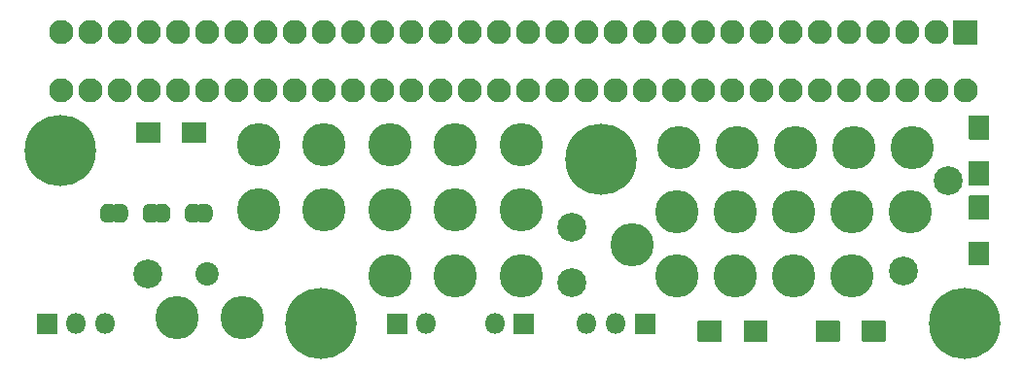
<source format=gbr>
G04 #@! TF.GenerationSoftware,KiCad,Pcbnew,(5.1.10)-1*
G04 #@! TF.CreationDate,2022-08-27T03:45:47-05:00*
G04 #@! TF.ProjectId,Common Slot Mini v1,436f6d6d-6f6e-4205-936c-6f74204d696e,rev?*
G04 #@! TF.SameCoordinates,Original*
G04 #@! TF.FileFunction,Soldermask,Top*
G04 #@! TF.FilePolarity,Negative*
%FSLAX46Y46*%
G04 Gerber Fmt 4.6, Leading zero omitted, Abs format (unit mm)*
G04 Created by KiCad (PCBNEW (5.1.10)-1) date 2022-08-27 03:45:47*
%MOMM*%
%LPD*%
G01*
G04 APERTURE LIST*
%ADD10C,2.030000*%
%ADD11C,6.220000*%
%ADD12C,2.102000*%
%ADD13O,2.102000X2.102000*%
%ADD14C,2.510000*%
%ADD15C,3.770000*%
%ADD16O,1.802000X1.802000*%
%ADD17C,0.100000*%
G04 APERTURE END LIST*
D10*
X116760000Y-104048000D03*
D11*
X151000000Y-94000000D03*
X182673000Y-108366000D03*
X126666000Y-108366000D03*
X103933000Y-93253000D03*
D12*
X104000000Y-88000000D03*
X104000000Y-82960000D03*
X106540000Y-88000000D03*
X106540000Y-82960000D03*
X109080000Y-88000000D03*
D13*
X109080000Y-82960000D03*
D12*
X111620000Y-88000000D03*
D13*
X111620000Y-82960000D03*
D12*
X114160000Y-88000000D03*
D13*
X114160000Y-82960000D03*
D12*
X116700000Y-88000000D03*
D13*
X116700000Y-82960000D03*
D12*
X119240000Y-88000000D03*
D13*
X119240000Y-82960000D03*
D12*
X121780000Y-88000000D03*
D13*
X121780000Y-82960000D03*
D12*
X124320000Y-88000000D03*
D13*
X124320000Y-82960000D03*
D12*
X126860000Y-88000000D03*
D13*
X126860000Y-82960000D03*
D12*
X129400000Y-88000000D03*
D13*
X129400000Y-82960000D03*
D12*
X131940000Y-88000000D03*
D13*
X131940000Y-82960000D03*
D12*
X134480000Y-88000000D03*
D13*
X134480000Y-82960000D03*
D12*
X137020000Y-88000000D03*
D13*
X137020000Y-82960000D03*
D12*
X139560000Y-88000000D03*
D13*
X139560000Y-82960000D03*
D12*
X142100000Y-88000000D03*
D13*
X142100000Y-82960000D03*
D12*
X144640000Y-88000000D03*
D13*
X144640000Y-82960000D03*
D12*
X147180000Y-88000000D03*
D13*
X147180000Y-82960000D03*
D12*
X149720000Y-88000000D03*
D13*
X149720000Y-82960000D03*
D12*
X152260000Y-88000000D03*
D13*
X152260000Y-82960000D03*
D12*
X154800000Y-88000000D03*
D13*
X154800000Y-82960000D03*
D12*
X157340000Y-88000000D03*
D13*
X157340000Y-82960000D03*
D12*
X159880000Y-88000000D03*
D13*
X159880000Y-82960000D03*
D12*
X162420000Y-88000000D03*
D13*
X162420000Y-82960000D03*
D12*
X164960000Y-88000000D03*
D13*
X164960000Y-82960000D03*
D12*
X167500000Y-88000000D03*
D13*
X167500000Y-82960000D03*
D12*
X170040000Y-88000000D03*
D13*
X170040000Y-82960000D03*
D12*
X172580000Y-88000000D03*
D13*
X172580000Y-82960000D03*
D12*
X175120000Y-88000000D03*
D13*
X175120000Y-82960000D03*
D12*
X177660000Y-88000000D03*
D13*
X177660000Y-82960000D03*
D12*
X180200000Y-88000000D03*
D13*
X180200000Y-82960000D03*
D12*
X182740000Y-88000000D03*
G36*
G01*
X183740000Y-84011000D02*
X181740000Y-84011000D01*
G75*
G02*
X181689000Y-83960000I0J51000D01*
G01*
X181689000Y-81960000D01*
G75*
G02*
X181740000Y-81909000I51000J0D01*
G01*
X183740000Y-81909000D01*
G75*
G02*
X183791000Y-81960000I0J-51000D01*
G01*
X183791000Y-83960000D01*
G75*
G02*
X183740000Y-84011000I-51000J0D01*
G01*
G37*
D14*
X111553000Y-104048000D03*
X148510000Y-104810000D03*
X148510000Y-99984000D03*
X181276000Y-95920000D03*
X177339000Y-103794000D03*
D15*
X138350000Y-104175000D03*
X132635000Y-104175000D03*
X144065000Y-104175000D03*
X162737800Y-104140000D03*
X157657800Y-98552000D03*
X157657800Y-104140000D03*
X114093000Y-107858000D03*
X144065000Y-98460000D03*
X138350000Y-98460000D03*
X119808000Y-107858000D03*
X167817800Y-104140000D03*
X177977800Y-98552000D03*
X162737800Y-98552000D03*
X167817800Y-98552000D03*
X121205000Y-98460000D03*
X126920000Y-98460000D03*
X132635000Y-98460000D03*
X144065000Y-92745000D03*
X153717000Y-101508000D03*
X172897800Y-104140000D03*
X178104800Y-92964000D03*
X172897800Y-98552000D03*
X126920000Y-92745000D03*
X132635000Y-92745000D03*
X138350000Y-92745000D03*
X167944800Y-92964000D03*
X157784800Y-92964000D03*
X162864800Y-92964000D03*
X121205000Y-92745000D03*
X173024800Y-92964000D03*
G36*
G01*
X163429000Y-109851000D02*
X163429000Y-108151000D01*
G75*
G02*
X163480000Y-108100000I51000J0D01*
G01*
X165480000Y-108100000D01*
G75*
G02*
X165531000Y-108151000I0J-51000D01*
G01*
X165531000Y-109851000D01*
G75*
G02*
X165480000Y-109902000I-51000J0D01*
G01*
X163480000Y-109902000D01*
G75*
G02*
X163429000Y-109851000I0J51000D01*
G01*
G37*
G36*
G01*
X159429000Y-109851000D02*
X159429000Y-108151000D01*
G75*
G02*
X159480000Y-108100000I51000J0D01*
G01*
X161480000Y-108100000D01*
G75*
G02*
X161531000Y-108151000I0J-51000D01*
G01*
X161531000Y-109851000D01*
G75*
G02*
X161480000Y-109902000I-51000J0D01*
G01*
X159480000Y-109902000D01*
G75*
G02*
X159429000Y-109851000I0J51000D01*
G01*
G37*
G36*
G01*
X169716000Y-109851000D02*
X169716000Y-108151000D01*
G75*
G02*
X169767000Y-108100000I51000J0D01*
G01*
X171767000Y-108100000D01*
G75*
G02*
X171818000Y-108151000I0J-51000D01*
G01*
X171818000Y-109851000D01*
G75*
G02*
X171767000Y-109902000I-51000J0D01*
G01*
X169767000Y-109902000D01*
G75*
G02*
X169716000Y-109851000I0J51000D01*
G01*
G37*
G36*
G01*
X173716000Y-109851000D02*
X173716000Y-108151000D01*
G75*
G02*
X173767000Y-108100000I51000J0D01*
G01*
X175767000Y-108100000D01*
G75*
G02*
X175818000Y-108151000I0J-51000D01*
G01*
X175818000Y-109851000D01*
G75*
G02*
X175767000Y-109902000I-51000J0D01*
G01*
X173767000Y-109902000D01*
G75*
G02*
X173716000Y-109851000I0J51000D01*
G01*
G37*
G36*
G01*
X134120000Y-109267000D02*
X132420000Y-109267000D01*
G75*
G02*
X132369000Y-109216000I0J51000D01*
G01*
X132369000Y-107516000D01*
G75*
G02*
X132420000Y-107465000I51000J0D01*
G01*
X134120000Y-107465000D01*
G75*
G02*
X134171000Y-107516000I0J-51000D01*
G01*
X134171000Y-109216000D01*
G75*
G02*
X134120000Y-109267000I-51000J0D01*
G01*
G37*
D16*
X135810000Y-108366000D03*
X141779000Y-108366000D03*
G36*
G01*
X143469000Y-107465000D02*
X145169000Y-107465000D01*
G75*
G02*
X145220000Y-107516000I0J-51000D01*
G01*
X145220000Y-109216000D01*
G75*
G02*
X145169000Y-109267000I-51000J0D01*
G01*
X143469000Y-109267000D01*
G75*
G02*
X143418000Y-109216000I0J51000D01*
G01*
X143418000Y-107516000D01*
G75*
G02*
X143469000Y-107465000I51000J0D01*
G01*
G37*
X149780000Y-108366000D03*
X152320000Y-108366000D03*
G36*
G01*
X154010000Y-107465000D02*
X155710000Y-107465000D01*
G75*
G02*
X155761000Y-107516000I0J-51000D01*
G01*
X155761000Y-109216000D01*
G75*
G02*
X155710000Y-109267000I-51000J0D01*
G01*
X154010000Y-109267000D01*
G75*
G02*
X153959000Y-109216000I0J51000D01*
G01*
X153959000Y-107516000D01*
G75*
G02*
X154010000Y-107465000I51000J0D01*
G01*
G37*
G36*
G01*
X183093000Y-90202000D02*
X184793000Y-90202000D01*
G75*
G02*
X184844000Y-90253000I0J-51000D01*
G01*
X184844000Y-92253000D01*
G75*
G02*
X184793000Y-92304000I-51000J0D01*
G01*
X183093000Y-92304000D01*
G75*
G02*
X183042000Y-92253000I0J51000D01*
G01*
X183042000Y-90253000D01*
G75*
G02*
X183093000Y-90202000I51000J0D01*
G01*
G37*
G36*
G01*
X183093000Y-94202000D02*
X184793000Y-94202000D01*
G75*
G02*
X184844000Y-94253000I0J-51000D01*
G01*
X184844000Y-96253000D01*
G75*
G02*
X184793000Y-96304000I-51000J0D01*
G01*
X183093000Y-96304000D01*
G75*
G02*
X183042000Y-96253000I0J51000D01*
G01*
X183042000Y-94253000D01*
G75*
G02*
X183093000Y-94202000I51000J0D01*
G01*
G37*
G36*
G01*
X110559400Y-92553600D02*
X110559400Y-90853600D01*
G75*
G02*
X110610400Y-90802600I51000J0D01*
G01*
X112610400Y-90802600D01*
G75*
G02*
X112661400Y-90853600I0J-51000D01*
G01*
X112661400Y-92553600D01*
G75*
G02*
X112610400Y-92604600I-51000J0D01*
G01*
X110610400Y-92604600D01*
G75*
G02*
X110559400Y-92553600I0J51000D01*
G01*
G37*
G36*
G01*
X114559400Y-92553600D02*
X114559400Y-90853600D01*
G75*
G02*
X114610400Y-90802600I51000J0D01*
G01*
X116610400Y-90802600D01*
G75*
G02*
X116661400Y-90853600I0J-51000D01*
G01*
X116661400Y-92553600D01*
G75*
G02*
X116610400Y-92604600I-51000J0D01*
G01*
X114610400Y-92604600D01*
G75*
G02*
X114559400Y-92553600I0J51000D01*
G01*
G37*
G36*
G01*
X183093000Y-101187000D02*
X184793000Y-101187000D01*
G75*
G02*
X184844000Y-101238000I0J-51000D01*
G01*
X184844000Y-103238000D01*
G75*
G02*
X184793000Y-103289000I-51000J0D01*
G01*
X183093000Y-103289000D01*
G75*
G02*
X183042000Y-103238000I0J51000D01*
G01*
X183042000Y-101238000D01*
G75*
G02*
X183093000Y-101187000I51000J0D01*
G01*
G37*
G36*
G01*
X183093000Y-97187000D02*
X184793000Y-97187000D01*
G75*
G02*
X184844000Y-97238000I0J-51000D01*
G01*
X184844000Y-99238000D01*
G75*
G02*
X184793000Y-99289000I-51000J0D01*
G01*
X183093000Y-99289000D01*
G75*
G02*
X183042000Y-99238000I0J51000D01*
G01*
X183042000Y-97238000D01*
G75*
G02*
X183093000Y-97187000I51000J0D01*
G01*
G37*
D17*
G36*
X115857950Y-97913980D02*
G01*
X115867517Y-97916882D01*
X115876334Y-97921595D01*
X115884062Y-97927938D01*
X115890405Y-97935666D01*
X115895118Y-97944483D01*
X115898020Y-97954050D01*
X115899000Y-97964000D01*
X115899000Y-99464000D01*
X115898020Y-99473950D01*
X115895118Y-99483517D01*
X115890405Y-99492334D01*
X115884062Y-99500062D01*
X115876334Y-99506405D01*
X115867517Y-99511118D01*
X115857950Y-99514020D01*
X115848000Y-99515000D01*
X115348000Y-99515000D01*
X115341888Y-99514398D01*
X115323466Y-99514398D01*
X115318467Y-99514152D01*
X115269636Y-99509342D01*
X115264686Y-99508608D01*
X115216561Y-99499036D01*
X115211705Y-99497820D01*
X115164750Y-99483576D01*
X115160039Y-99481890D01*
X115114706Y-99463113D01*
X115110180Y-99460973D01*
X115066907Y-99437842D01*
X115062616Y-99435269D01*
X115021817Y-99408009D01*
X115017796Y-99405027D01*
X114979867Y-99373899D01*
X114976159Y-99370538D01*
X114941462Y-99335841D01*
X114938101Y-99332133D01*
X114906973Y-99294204D01*
X114903991Y-99290183D01*
X114876731Y-99249384D01*
X114874158Y-99245093D01*
X114851027Y-99201820D01*
X114848887Y-99197294D01*
X114830110Y-99151961D01*
X114828424Y-99147250D01*
X114814180Y-99100295D01*
X114812964Y-99095439D01*
X114803392Y-99047314D01*
X114802658Y-99042364D01*
X114797848Y-98993533D01*
X114797602Y-98988534D01*
X114797602Y-98970112D01*
X114797000Y-98964000D01*
X114797000Y-98464000D01*
X114797602Y-98457888D01*
X114797602Y-98439466D01*
X114797848Y-98434467D01*
X114802658Y-98385636D01*
X114803392Y-98380686D01*
X114812964Y-98332561D01*
X114814180Y-98327705D01*
X114828424Y-98280750D01*
X114830110Y-98276039D01*
X114848887Y-98230706D01*
X114851027Y-98226180D01*
X114874158Y-98182907D01*
X114876731Y-98178616D01*
X114903991Y-98137817D01*
X114906973Y-98133796D01*
X114938101Y-98095867D01*
X114941462Y-98092159D01*
X114976159Y-98057462D01*
X114979867Y-98054101D01*
X115017796Y-98022973D01*
X115021817Y-98019991D01*
X115062616Y-97992731D01*
X115066907Y-97990158D01*
X115110180Y-97967027D01*
X115114706Y-97964887D01*
X115160039Y-97946110D01*
X115164750Y-97944424D01*
X115211705Y-97930180D01*
X115216561Y-97928964D01*
X115264686Y-97919392D01*
X115269636Y-97918658D01*
X115318467Y-97913848D01*
X115323466Y-97913602D01*
X115341888Y-97913602D01*
X115348000Y-97913000D01*
X115848000Y-97913000D01*
X115857950Y-97913980D01*
G37*
G36*
X116654112Y-97913602D02*
G01*
X116672534Y-97913602D01*
X116677533Y-97913848D01*
X116726364Y-97918658D01*
X116731314Y-97919392D01*
X116779439Y-97928964D01*
X116784295Y-97930180D01*
X116831250Y-97944424D01*
X116835961Y-97946110D01*
X116881294Y-97964887D01*
X116885820Y-97967027D01*
X116929093Y-97990158D01*
X116933384Y-97992731D01*
X116974183Y-98019991D01*
X116978204Y-98022973D01*
X117016133Y-98054101D01*
X117019841Y-98057462D01*
X117054538Y-98092159D01*
X117057899Y-98095867D01*
X117089027Y-98133796D01*
X117092009Y-98137817D01*
X117119269Y-98178616D01*
X117121842Y-98182907D01*
X117144973Y-98226180D01*
X117147113Y-98230706D01*
X117165890Y-98276039D01*
X117167576Y-98280750D01*
X117181820Y-98327705D01*
X117183036Y-98332561D01*
X117192608Y-98380686D01*
X117193342Y-98385636D01*
X117198152Y-98434467D01*
X117198398Y-98439466D01*
X117198398Y-98457888D01*
X117199000Y-98464000D01*
X117199000Y-98964000D01*
X117198398Y-98970112D01*
X117198398Y-98988534D01*
X117198152Y-98993533D01*
X117193342Y-99042364D01*
X117192608Y-99047314D01*
X117183036Y-99095439D01*
X117181820Y-99100295D01*
X117167576Y-99147250D01*
X117165890Y-99151961D01*
X117147113Y-99197294D01*
X117144973Y-99201820D01*
X117121842Y-99245093D01*
X117119269Y-99249384D01*
X117092009Y-99290183D01*
X117089027Y-99294204D01*
X117057899Y-99332133D01*
X117054538Y-99335841D01*
X117019841Y-99370538D01*
X117016133Y-99373899D01*
X116978204Y-99405027D01*
X116974183Y-99408009D01*
X116933384Y-99435269D01*
X116929093Y-99437842D01*
X116885820Y-99460973D01*
X116881294Y-99463113D01*
X116835961Y-99481890D01*
X116831250Y-99483576D01*
X116784295Y-99497820D01*
X116779439Y-99499036D01*
X116731314Y-99508608D01*
X116726364Y-99509342D01*
X116677533Y-99514152D01*
X116672534Y-99514398D01*
X116654112Y-99514398D01*
X116648000Y-99515000D01*
X116148000Y-99515000D01*
X116138050Y-99514020D01*
X116128483Y-99511118D01*
X116119666Y-99506405D01*
X116111938Y-99500062D01*
X116105595Y-99492334D01*
X116100882Y-99483517D01*
X116097980Y-99473950D01*
X116097000Y-99464000D01*
X116097000Y-97964000D01*
X116097980Y-97954050D01*
X116100882Y-97944483D01*
X116105595Y-97935666D01*
X116111938Y-97927938D01*
X116119666Y-97921595D01*
X116128483Y-97916882D01*
X116138050Y-97913980D01*
X116148000Y-97913000D01*
X116648000Y-97913000D01*
X116654112Y-97913602D01*
G37*
G36*
X112971112Y-97913602D02*
G01*
X112989534Y-97913602D01*
X112994533Y-97913848D01*
X113043364Y-97918658D01*
X113048314Y-97919392D01*
X113096439Y-97928964D01*
X113101295Y-97930180D01*
X113148250Y-97944424D01*
X113152961Y-97946110D01*
X113198294Y-97964887D01*
X113202820Y-97967027D01*
X113246093Y-97990158D01*
X113250384Y-97992731D01*
X113291183Y-98019991D01*
X113295204Y-98022973D01*
X113333133Y-98054101D01*
X113336841Y-98057462D01*
X113371538Y-98092159D01*
X113374899Y-98095867D01*
X113406027Y-98133796D01*
X113409009Y-98137817D01*
X113436269Y-98178616D01*
X113438842Y-98182907D01*
X113461973Y-98226180D01*
X113464113Y-98230706D01*
X113482890Y-98276039D01*
X113484576Y-98280750D01*
X113498820Y-98327705D01*
X113500036Y-98332561D01*
X113509608Y-98380686D01*
X113510342Y-98385636D01*
X113515152Y-98434467D01*
X113515398Y-98439466D01*
X113515398Y-98457888D01*
X113516000Y-98464000D01*
X113516000Y-98964000D01*
X113515398Y-98970112D01*
X113515398Y-98988534D01*
X113515152Y-98993533D01*
X113510342Y-99042364D01*
X113509608Y-99047314D01*
X113500036Y-99095439D01*
X113498820Y-99100295D01*
X113484576Y-99147250D01*
X113482890Y-99151961D01*
X113464113Y-99197294D01*
X113461973Y-99201820D01*
X113438842Y-99245093D01*
X113436269Y-99249384D01*
X113409009Y-99290183D01*
X113406027Y-99294204D01*
X113374899Y-99332133D01*
X113371538Y-99335841D01*
X113336841Y-99370538D01*
X113333133Y-99373899D01*
X113295204Y-99405027D01*
X113291183Y-99408009D01*
X113250384Y-99435269D01*
X113246093Y-99437842D01*
X113202820Y-99460973D01*
X113198294Y-99463113D01*
X113152961Y-99481890D01*
X113148250Y-99483576D01*
X113101295Y-99497820D01*
X113096439Y-99499036D01*
X113048314Y-99508608D01*
X113043364Y-99509342D01*
X112994533Y-99514152D01*
X112989534Y-99514398D01*
X112971112Y-99514398D01*
X112965000Y-99515000D01*
X112465000Y-99515000D01*
X112455050Y-99514020D01*
X112445483Y-99511118D01*
X112436666Y-99506405D01*
X112428938Y-99500062D01*
X112422595Y-99492334D01*
X112417882Y-99483517D01*
X112414980Y-99473950D01*
X112414000Y-99464000D01*
X112414000Y-97964000D01*
X112414980Y-97954050D01*
X112417882Y-97944483D01*
X112422595Y-97935666D01*
X112428938Y-97927938D01*
X112436666Y-97921595D01*
X112445483Y-97916882D01*
X112455050Y-97913980D01*
X112465000Y-97913000D01*
X112965000Y-97913000D01*
X112971112Y-97913602D01*
G37*
G36*
X112174950Y-97913980D02*
G01*
X112184517Y-97916882D01*
X112193334Y-97921595D01*
X112201062Y-97927938D01*
X112207405Y-97935666D01*
X112212118Y-97944483D01*
X112215020Y-97954050D01*
X112216000Y-97964000D01*
X112216000Y-99464000D01*
X112215020Y-99473950D01*
X112212118Y-99483517D01*
X112207405Y-99492334D01*
X112201062Y-99500062D01*
X112193334Y-99506405D01*
X112184517Y-99511118D01*
X112174950Y-99514020D01*
X112165000Y-99515000D01*
X111665000Y-99515000D01*
X111658888Y-99514398D01*
X111640466Y-99514398D01*
X111635467Y-99514152D01*
X111586636Y-99509342D01*
X111581686Y-99508608D01*
X111533561Y-99499036D01*
X111528705Y-99497820D01*
X111481750Y-99483576D01*
X111477039Y-99481890D01*
X111431706Y-99463113D01*
X111427180Y-99460973D01*
X111383907Y-99437842D01*
X111379616Y-99435269D01*
X111338817Y-99408009D01*
X111334796Y-99405027D01*
X111296867Y-99373899D01*
X111293159Y-99370538D01*
X111258462Y-99335841D01*
X111255101Y-99332133D01*
X111223973Y-99294204D01*
X111220991Y-99290183D01*
X111193731Y-99249384D01*
X111191158Y-99245093D01*
X111168027Y-99201820D01*
X111165887Y-99197294D01*
X111147110Y-99151961D01*
X111145424Y-99147250D01*
X111131180Y-99100295D01*
X111129964Y-99095439D01*
X111120392Y-99047314D01*
X111119658Y-99042364D01*
X111114848Y-98993533D01*
X111114602Y-98988534D01*
X111114602Y-98970112D01*
X111114000Y-98964000D01*
X111114000Y-98464000D01*
X111114602Y-98457888D01*
X111114602Y-98439466D01*
X111114848Y-98434467D01*
X111119658Y-98385636D01*
X111120392Y-98380686D01*
X111129964Y-98332561D01*
X111131180Y-98327705D01*
X111145424Y-98280750D01*
X111147110Y-98276039D01*
X111165887Y-98230706D01*
X111168027Y-98226180D01*
X111191158Y-98182907D01*
X111193731Y-98178616D01*
X111220991Y-98137817D01*
X111223973Y-98133796D01*
X111255101Y-98095867D01*
X111258462Y-98092159D01*
X111293159Y-98057462D01*
X111296867Y-98054101D01*
X111334796Y-98022973D01*
X111338817Y-98019991D01*
X111379616Y-97992731D01*
X111383907Y-97990158D01*
X111427180Y-97967027D01*
X111431706Y-97964887D01*
X111477039Y-97946110D01*
X111481750Y-97944424D01*
X111528705Y-97930180D01*
X111533561Y-97928964D01*
X111581686Y-97919392D01*
X111586636Y-97918658D01*
X111635467Y-97913848D01*
X111640466Y-97913602D01*
X111658888Y-97913602D01*
X111665000Y-97913000D01*
X112165000Y-97913000D01*
X112174950Y-97913980D01*
G37*
G36*
X108491950Y-97913980D02*
G01*
X108501517Y-97916882D01*
X108510334Y-97921595D01*
X108518062Y-97927938D01*
X108524405Y-97935666D01*
X108529118Y-97944483D01*
X108532020Y-97954050D01*
X108533000Y-97964000D01*
X108533000Y-99464000D01*
X108532020Y-99473950D01*
X108529118Y-99483517D01*
X108524405Y-99492334D01*
X108518062Y-99500062D01*
X108510334Y-99506405D01*
X108501517Y-99511118D01*
X108491950Y-99514020D01*
X108482000Y-99515000D01*
X107982000Y-99515000D01*
X107975888Y-99514398D01*
X107957466Y-99514398D01*
X107952467Y-99514152D01*
X107903636Y-99509342D01*
X107898686Y-99508608D01*
X107850561Y-99499036D01*
X107845705Y-99497820D01*
X107798750Y-99483576D01*
X107794039Y-99481890D01*
X107748706Y-99463113D01*
X107744180Y-99460973D01*
X107700907Y-99437842D01*
X107696616Y-99435269D01*
X107655817Y-99408009D01*
X107651796Y-99405027D01*
X107613867Y-99373899D01*
X107610159Y-99370538D01*
X107575462Y-99335841D01*
X107572101Y-99332133D01*
X107540973Y-99294204D01*
X107537991Y-99290183D01*
X107510731Y-99249384D01*
X107508158Y-99245093D01*
X107485027Y-99201820D01*
X107482887Y-99197294D01*
X107464110Y-99151961D01*
X107462424Y-99147250D01*
X107448180Y-99100295D01*
X107446964Y-99095439D01*
X107437392Y-99047314D01*
X107436658Y-99042364D01*
X107431848Y-98993533D01*
X107431602Y-98988534D01*
X107431602Y-98970112D01*
X107431000Y-98964000D01*
X107431000Y-98464000D01*
X107431602Y-98457888D01*
X107431602Y-98439466D01*
X107431848Y-98434467D01*
X107436658Y-98385636D01*
X107437392Y-98380686D01*
X107446964Y-98332561D01*
X107448180Y-98327705D01*
X107462424Y-98280750D01*
X107464110Y-98276039D01*
X107482887Y-98230706D01*
X107485027Y-98226180D01*
X107508158Y-98182907D01*
X107510731Y-98178616D01*
X107537991Y-98137817D01*
X107540973Y-98133796D01*
X107572101Y-98095867D01*
X107575462Y-98092159D01*
X107610159Y-98057462D01*
X107613867Y-98054101D01*
X107651796Y-98022973D01*
X107655817Y-98019991D01*
X107696616Y-97992731D01*
X107700907Y-97990158D01*
X107744180Y-97967027D01*
X107748706Y-97964887D01*
X107794039Y-97946110D01*
X107798750Y-97944424D01*
X107845705Y-97930180D01*
X107850561Y-97928964D01*
X107898686Y-97919392D01*
X107903636Y-97918658D01*
X107952467Y-97913848D01*
X107957466Y-97913602D01*
X107975888Y-97913602D01*
X107982000Y-97913000D01*
X108482000Y-97913000D01*
X108491950Y-97913980D01*
G37*
G36*
X109288112Y-97913602D02*
G01*
X109306534Y-97913602D01*
X109311533Y-97913848D01*
X109360364Y-97918658D01*
X109365314Y-97919392D01*
X109413439Y-97928964D01*
X109418295Y-97930180D01*
X109465250Y-97944424D01*
X109469961Y-97946110D01*
X109515294Y-97964887D01*
X109519820Y-97967027D01*
X109563093Y-97990158D01*
X109567384Y-97992731D01*
X109608183Y-98019991D01*
X109612204Y-98022973D01*
X109650133Y-98054101D01*
X109653841Y-98057462D01*
X109688538Y-98092159D01*
X109691899Y-98095867D01*
X109723027Y-98133796D01*
X109726009Y-98137817D01*
X109753269Y-98178616D01*
X109755842Y-98182907D01*
X109778973Y-98226180D01*
X109781113Y-98230706D01*
X109799890Y-98276039D01*
X109801576Y-98280750D01*
X109815820Y-98327705D01*
X109817036Y-98332561D01*
X109826608Y-98380686D01*
X109827342Y-98385636D01*
X109832152Y-98434467D01*
X109832398Y-98439466D01*
X109832398Y-98457888D01*
X109833000Y-98464000D01*
X109833000Y-98964000D01*
X109832398Y-98970112D01*
X109832398Y-98988534D01*
X109832152Y-98993533D01*
X109827342Y-99042364D01*
X109826608Y-99047314D01*
X109817036Y-99095439D01*
X109815820Y-99100295D01*
X109801576Y-99147250D01*
X109799890Y-99151961D01*
X109781113Y-99197294D01*
X109778973Y-99201820D01*
X109755842Y-99245093D01*
X109753269Y-99249384D01*
X109726009Y-99290183D01*
X109723027Y-99294204D01*
X109691899Y-99332133D01*
X109688538Y-99335841D01*
X109653841Y-99370538D01*
X109650133Y-99373899D01*
X109612204Y-99405027D01*
X109608183Y-99408009D01*
X109567384Y-99435269D01*
X109563093Y-99437842D01*
X109519820Y-99460973D01*
X109515294Y-99463113D01*
X109469961Y-99481890D01*
X109465250Y-99483576D01*
X109418295Y-99497820D01*
X109413439Y-99499036D01*
X109365314Y-99508608D01*
X109360364Y-99509342D01*
X109311533Y-99514152D01*
X109306534Y-99514398D01*
X109288112Y-99514398D01*
X109282000Y-99515000D01*
X108782000Y-99515000D01*
X108772050Y-99514020D01*
X108762483Y-99511118D01*
X108753666Y-99506405D01*
X108745938Y-99500062D01*
X108739595Y-99492334D01*
X108734882Y-99483517D01*
X108731980Y-99473950D01*
X108731000Y-99464000D01*
X108731000Y-97964000D01*
X108731980Y-97954050D01*
X108734882Y-97944483D01*
X108739595Y-97935666D01*
X108745938Y-97927938D01*
X108753666Y-97921595D01*
X108762483Y-97916882D01*
X108772050Y-97913980D01*
X108782000Y-97913000D01*
X109282000Y-97913000D01*
X109288112Y-97913602D01*
G37*
G36*
G01*
X103640000Y-109267000D02*
X101940000Y-109267000D01*
G75*
G02*
X101889000Y-109216000I0J51000D01*
G01*
X101889000Y-107516000D01*
G75*
G02*
X101940000Y-107465000I51000J0D01*
G01*
X103640000Y-107465000D01*
G75*
G02*
X103691000Y-107516000I0J-51000D01*
G01*
X103691000Y-109216000D01*
G75*
G02*
X103640000Y-109267000I-51000J0D01*
G01*
G37*
D16*
X105330000Y-108366000D03*
X107870000Y-108366000D03*
D17*
G36*
X108527405Y-97937117D02*
G01*
X108528334Y-97938249D01*
X108528451Y-97938407D01*
X108536929Y-97951096D01*
X108553976Y-97968143D01*
X108574024Y-97981538D01*
X108596298Y-97990764D01*
X108619948Y-97995468D01*
X108644054Y-97995468D01*
X108667704Y-97990763D01*
X108689978Y-97981537D01*
X108710025Y-97968142D01*
X108727072Y-97951095D01*
X108735550Y-97938407D01*
X108735667Y-97938249D01*
X108736593Y-97937121D01*
X108738465Y-97936417D01*
X108740011Y-97937686D01*
X108739903Y-97939333D01*
X108736739Y-97945252D01*
X108733950Y-97954445D01*
X108733000Y-97964094D01*
X108733000Y-99463906D01*
X108733950Y-99473555D01*
X108736739Y-99482748D01*
X108739905Y-99488671D01*
X108739839Y-99490670D01*
X108738076Y-99491613D01*
X108736595Y-99490883D01*
X108735666Y-99489751D01*
X108735549Y-99489593D01*
X108727071Y-99476904D01*
X108710024Y-99459857D01*
X108689976Y-99446462D01*
X108667702Y-99437236D01*
X108644052Y-99432532D01*
X108619946Y-99432532D01*
X108596296Y-99437237D01*
X108574022Y-99446463D01*
X108553975Y-99459858D01*
X108536928Y-99476905D01*
X108528450Y-99489593D01*
X108528333Y-99489751D01*
X108527407Y-99490879D01*
X108525535Y-99491583D01*
X108523989Y-99490314D01*
X108524097Y-99488667D01*
X108527261Y-99482748D01*
X108530050Y-99473555D01*
X108531000Y-99463906D01*
X108531000Y-97964094D01*
X108530050Y-97954445D01*
X108527261Y-97945252D01*
X108524095Y-97939329D01*
X108524161Y-97937330D01*
X108525924Y-97936387D01*
X108527405Y-97937117D01*
G37*
G36*
X115893405Y-97937117D02*
G01*
X115894334Y-97938249D01*
X115894451Y-97938407D01*
X115902929Y-97951096D01*
X115919976Y-97968143D01*
X115940024Y-97981538D01*
X115962298Y-97990764D01*
X115985948Y-97995468D01*
X116010054Y-97995468D01*
X116033704Y-97990763D01*
X116055978Y-97981537D01*
X116076025Y-97968142D01*
X116093072Y-97951095D01*
X116101550Y-97938407D01*
X116101667Y-97938249D01*
X116102593Y-97937121D01*
X116104465Y-97936417D01*
X116106011Y-97937686D01*
X116105903Y-97939333D01*
X116102739Y-97945252D01*
X116099950Y-97954445D01*
X116099000Y-97964094D01*
X116099000Y-99463906D01*
X116099950Y-99473555D01*
X116102739Y-99482748D01*
X116105905Y-99488671D01*
X116105839Y-99490670D01*
X116104076Y-99491613D01*
X116102595Y-99490883D01*
X116101666Y-99489751D01*
X116101549Y-99489593D01*
X116093071Y-99476904D01*
X116076024Y-99459857D01*
X116055976Y-99446462D01*
X116033702Y-99437236D01*
X116010052Y-99432532D01*
X115985946Y-99432532D01*
X115962296Y-99437237D01*
X115940022Y-99446463D01*
X115919975Y-99459858D01*
X115902928Y-99476905D01*
X115894450Y-99489593D01*
X115894333Y-99489751D01*
X115893407Y-99490879D01*
X115891535Y-99491583D01*
X115889989Y-99490314D01*
X115890097Y-99488667D01*
X115893261Y-99482748D01*
X115896050Y-99473555D01*
X115897000Y-99463906D01*
X115897000Y-97964094D01*
X115896050Y-97954445D01*
X115893261Y-97945252D01*
X115890095Y-97939329D01*
X115890161Y-97937330D01*
X115891924Y-97936387D01*
X115893405Y-97937117D01*
G37*
G36*
X112210405Y-97937117D02*
G01*
X112211334Y-97938249D01*
X112211451Y-97938407D01*
X112219929Y-97951096D01*
X112236976Y-97968143D01*
X112257024Y-97981538D01*
X112279298Y-97990764D01*
X112302948Y-97995468D01*
X112327054Y-97995468D01*
X112350704Y-97990763D01*
X112372978Y-97981537D01*
X112393025Y-97968142D01*
X112410072Y-97951095D01*
X112418550Y-97938407D01*
X112418667Y-97938249D01*
X112419593Y-97937121D01*
X112421465Y-97936417D01*
X112423011Y-97937686D01*
X112422903Y-97939333D01*
X112419739Y-97945252D01*
X112416950Y-97954445D01*
X112416000Y-97964094D01*
X112416000Y-99463906D01*
X112416950Y-99473555D01*
X112419739Y-99482748D01*
X112422905Y-99488671D01*
X112422839Y-99490670D01*
X112421076Y-99491613D01*
X112419595Y-99490883D01*
X112418666Y-99489751D01*
X112418549Y-99489593D01*
X112410071Y-99476904D01*
X112393024Y-99459857D01*
X112372976Y-99446462D01*
X112350702Y-99437236D01*
X112327052Y-99432532D01*
X112302946Y-99432532D01*
X112279296Y-99437237D01*
X112257022Y-99446463D01*
X112236975Y-99459858D01*
X112219928Y-99476905D01*
X112211450Y-99489593D01*
X112211333Y-99489751D01*
X112210407Y-99490879D01*
X112208535Y-99491583D01*
X112206989Y-99490314D01*
X112207097Y-99488667D01*
X112210261Y-99482748D01*
X112213050Y-99473555D01*
X112214000Y-99463906D01*
X112214000Y-97964094D01*
X112213050Y-97954445D01*
X112210261Y-97945252D01*
X112207095Y-97939329D01*
X112207161Y-97937330D01*
X112208924Y-97936387D01*
X112210405Y-97937117D01*
G37*
M02*

</source>
